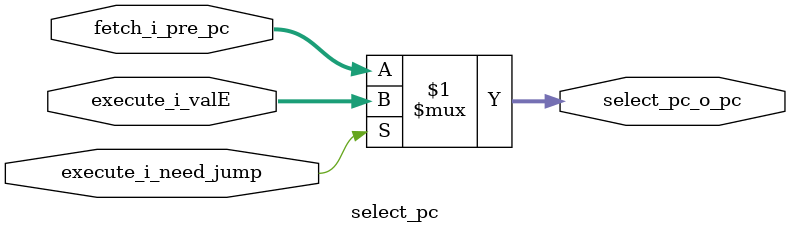
<source format=v>
module select_pc(
    input  wire [31:0] fetch_i_pre_pc,
    input  wire [31:0] execute_i_valE,
    input  wire        execute_i_need_jump,
    output wire [31:0] select_pc_o_pc
);

assign select_pc_o_pc =  (execute_i_need_jump) ? execute_i_valE : fetch_i_pre_pc;
endmodule
</source>
